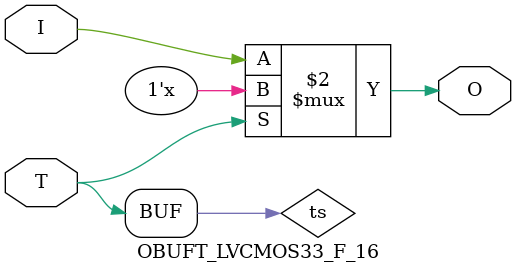
<source format=v>

/*

FUNCTION    : TRI-STATE OUTPUT BUFFER

*/

`celldefine
`timescale  100 ps / 10 ps

module OBUFT_LVCMOS33_F_16 (O, I, T);

    output O;

    input  I, T;

    or O1 (ts, 1'b0, T);
    bufif0 T1 (O, I, ts);

endmodule

</source>
